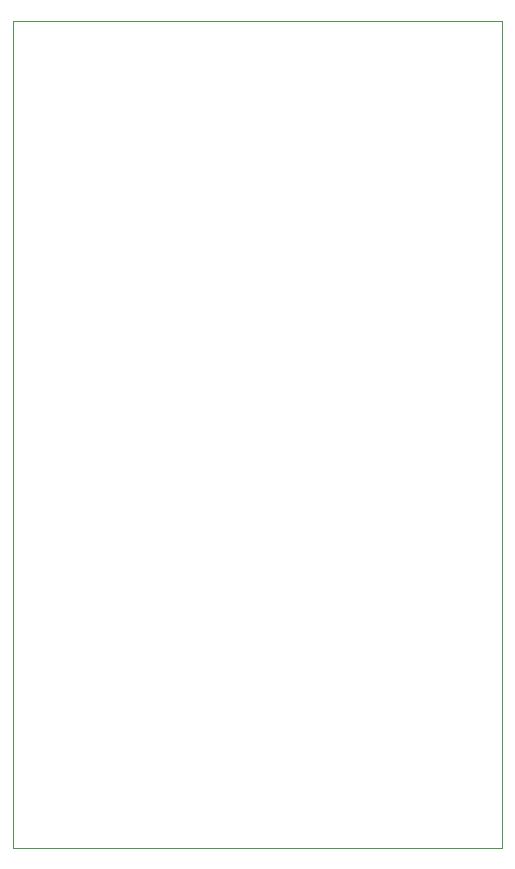
<source format=gm1>
G04 #@! TF.GenerationSoftware,KiCad,Pcbnew,9.0.0*
G04 #@! TF.CreationDate,2025-07-09T15:49:07-04:00*
G04 #@! TF.ProjectId,SMACAR RECEIVER BOARD,534d4143-4152-4205-9245-434549564552,rev?*
G04 #@! TF.SameCoordinates,Original*
G04 #@! TF.FileFunction,Profile,NP*
%FSLAX46Y46*%
G04 Gerber Fmt 4.6, Leading zero omitted, Abs format (unit mm)*
G04 Created by KiCad (PCBNEW 9.0.0) date 2025-07-09 15:49:07*
%MOMM*%
%LPD*%
G01*
G04 APERTURE LIST*
G04 #@! TA.AperFunction,Profile*
%ADD10C,0.050000*%
G04 #@! TD*
G04 APERTURE END LIST*
D10*
X123500000Y-49500000D02*
X164975000Y-49500000D01*
X164975000Y-119500000D01*
X123500000Y-119500000D01*
X123500000Y-49500000D01*
M02*

</source>
